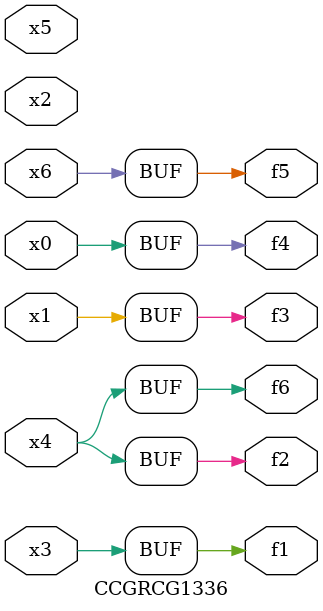
<source format=v>
module CCGRCG1336(
	input x0, x1, x2, x3, x4, x5, x6,
	output f1, f2, f3, f4, f5, f6
);
	assign f1 = x3;
	assign f2 = x4;
	assign f3 = x1;
	assign f4 = x0;
	assign f5 = x6;
	assign f6 = x4;
endmodule

</source>
